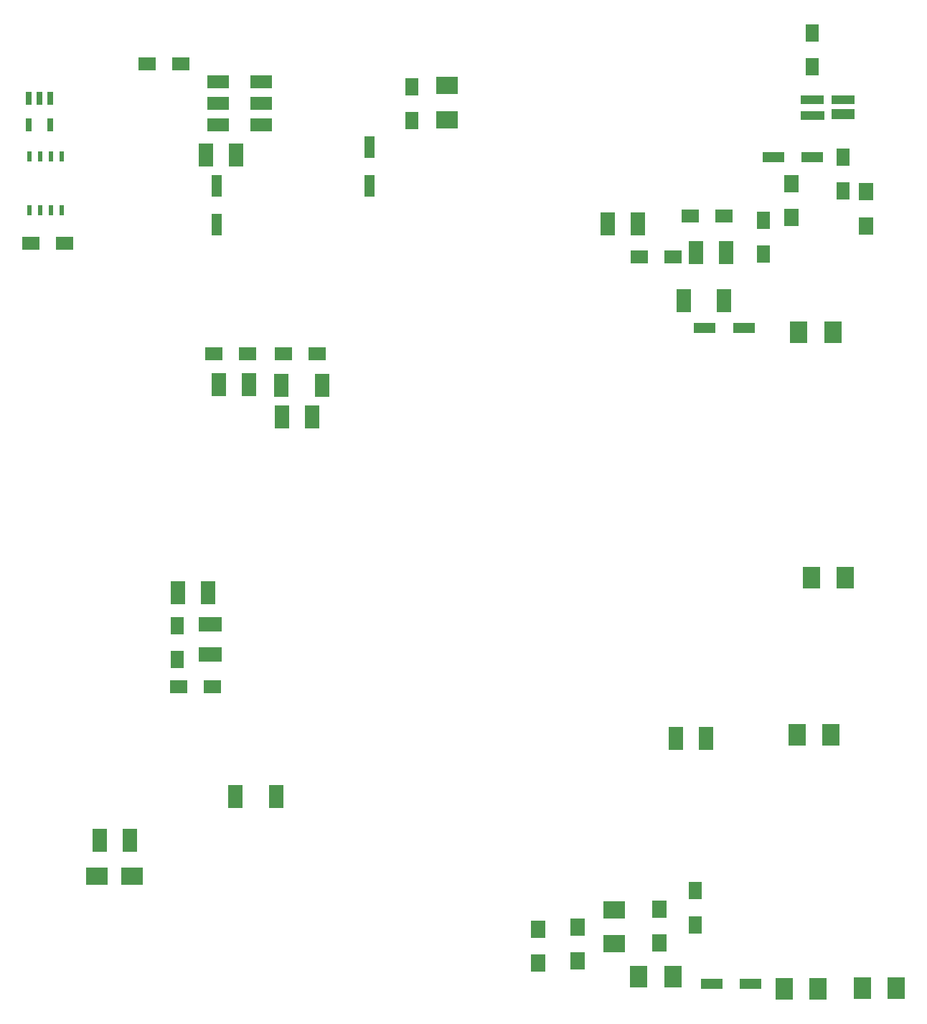
<source format=gbr>
G04 #@! TF.FileFunction,Paste,Top*
%FSLAX46Y46*%
G04 Gerber Fmt 4.6, Leading zero omitted, Abs format (unit mm)*
G04 Created by KiCad (PCBNEW 4.0.1-3.201512221401+6198~38~ubuntu15.10.1-stable) date Mon 22 Aug 2016 05:07:10 AM PDT*
%MOMM*%
G01*
G04 APERTURE LIST*
%ADD10C,0.100000*%
%ADD11R,1.198880X2.598420*%
%ADD12R,1.198880X2.600960*%
%ADD13R,1.778000X2.794000*%
%ADD14R,1.800860X2.700020*%
%ADD15R,2.000000X1.600000*%
%ADD16R,1.700000X2.000000*%
%ADD17R,1.600000X2.000000*%
%ADD18R,2.000000X2.500000*%
%ADD19R,2.598420X1.198880*%
%ADD20R,2.600960X1.198880*%
%ADD21R,2.799080X1.198880*%
%ADD22R,2.799080X1.000760*%
%ADD23R,2.500000X2.000000*%
%ADD24R,2.540000X1.650000*%
%ADD25R,2.794000X1.778000*%
%ADD26R,2.651760X2.029460*%
%ADD27R,0.760000X1.650000*%
%ADD28R,0.508000X1.143000*%
G04 APERTURE END LIST*
D10*
D11*
X74070000Y-56872520D03*
D12*
X74070000Y-61475000D03*
D13*
X120205000Y-61400000D03*
X123761000Y-61400000D03*
D14*
X129129400Y-70450000D03*
X133930000Y-70450000D03*
D15*
X123880000Y-65300000D03*
X127880000Y-65300000D03*
D16*
X141855000Y-60590000D03*
X141855000Y-56590000D03*
D15*
X129930000Y-60400000D03*
X133930000Y-60400000D03*
D13*
X130599000Y-64775000D03*
X134155000Y-64775000D03*
D17*
X138535000Y-60930000D03*
X138535000Y-64930000D03*
D18*
X142740000Y-74115000D03*
X146740000Y-74115000D03*
D19*
X139722520Y-53455000D03*
D20*
X144325000Y-53455000D03*
D21*
X147925000Y-48424580D03*
D22*
X147925000Y-46705000D03*
X144323280Y-46705000D03*
D10*
G36*
X145722820Y-49105300D02*
X142923740Y-49105300D01*
X142923740Y-48104540D01*
X145722820Y-48104540D01*
X145722820Y-49105300D01*
X145722820Y-49105300D01*
G37*
D17*
X147925000Y-53455000D03*
X147925000Y-57455000D03*
D16*
X150650000Y-57580000D03*
X150650000Y-61580000D03*
D17*
X144275000Y-38830000D03*
X144275000Y-42830000D03*
D23*
X101250000Y-45055000D03*
X101250000Y-49055000D03*
D19*
X131635000Y-73645000D03*
D20*
X136237480Y-73645000D03*
D11*
X92060000Y-52297520D03*
D12*
X92060000Y-56900000D03*
D17*
X97100000Y-45155000D03*
X97100000Y-49155000D03*
D15*
X65840000Y-42455000D03*
X69840000Y-42455000D03*
D13*
X72795000Y-53235000D03*
X76351000Y-53235000D03*
D15*
X56075000Y-63680000D03*
X52075000Y-63680000D03*
D24*
X74205000Y-44560000D03*
X79285000Y-44560000D03*
X74205000Y-47100000D03*
X74205000Y-49640000D03*
X79285000Y-49640000D03*
X79285000Y-47100000D03*
D15*
X69545000Y-115990000D03*
X73545000Y-115990000D03*
D13*
X69510000Y-104915000D03*
X73066000Y-104915000D03*
D14*
X81684400Y-80400000D03*
X86485000Y-80400000D03*
D13*
X81759000Y-84150000D03*
X85315000Y-84150000D03*
X77870000Y-80300000D03*
X74314000Y-80300000D03*
X131766000Y-122065000D03*
X128210000Y-122065000D03*
D17*
X69405000Y-112780000D03*
X69405000Y-108780000D03*
D16*
X116585000Y-148345000D03*
X116585000Y-144345000D03*
X111990000Y-148585000D03*
X111990000Y-144585000D03*
D15*
X77670000Y-76655000D03*
X73670000Y-76655000D03*
X81925000Y-76655000D03*
X85925000Y-76655000D03*
D17*
X130490000Y-144050000D03*
X130490000Y-140050000D03*
D18*
X123865000Y-150210000D03*
X127865000Y-150210000D03*
D16*
X126270000Y-142225000D03*
X126270000Y-146225000D03*
D25*
X73265000Y-112155000D03*
X73265000Y-108599000D03*
D18*
X154230000Y-151510000D03*
X150230000Y-151510000D03*
X146520000Y-121670000D03*
X142520000Y-121670000D03*
X141010000Y-151640000D03*
X145010000Y-151640000D03*
X148220000Y-103090000D03*
X144220000Y-103090000D03*
D23*
X120955000Y-146310000D03*
X120955000Y-142310000D03*
D19*
X132442520Y-151055000D03*
D20*
X137045000Y-151055000D03*
D13*
X63781000Y-134105000D03*
X60225000Y-134105000D03*
D26*
X64030680Y-138295000D03*
X59860000Y-138295000D03*
D27*
X51880000Y-49685000D03*
X54420000Y-49685000D03*
X51880000Y-46510000D03*
X53150000Y-46510000D03*
X54420000Y-46510000D03*
D28*
X55780000Y-59770000D03*
X54510000Y-59770000D03*
X53240000Y-59770000D03*
X51970000Y-59770000D03*
X51970000Y-53420000D03*
X53240000Y-53420000D03*
X54510000Y-53420000D03*
X55780000Y-53420000D03*
D14*
X81075000Y-128915000D03*
X76274400Y-128915000D03*
M02*

</source>
